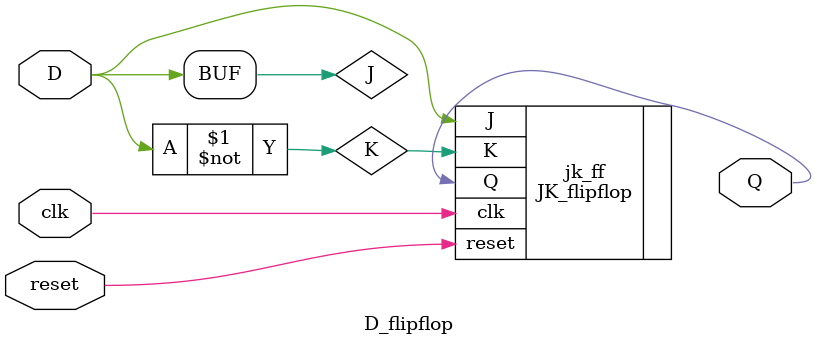
<source format=v>
`timescale 1ns / 1ps


module D_flipflop (
    input D, clk, reset,
    output Q
);
    wire J = D;
    wire K = ~D;
    
    JK_flipflop jk_ff (.J(J), .K(K), .clk(clk), .reset(reset), .Q(Q));
endmodule

</source>
